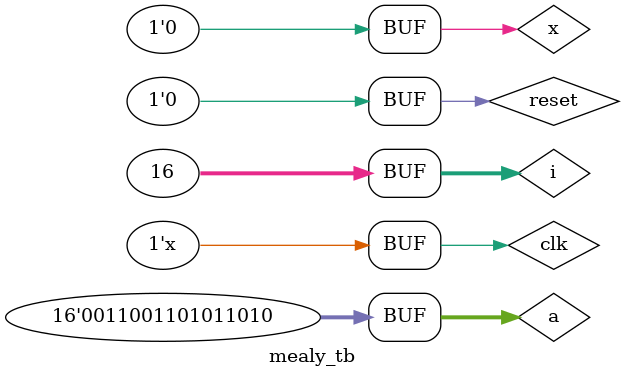
<source format=v>
module mealy(x,clk,reset,y);
input x,clk,reset;
output reg y;
parameter s0=0,s1=1,s2=2,s3=3;
reg [1:0]ps,ns;
always @(posedge clk)
begin
if(reset==1'b1)
ps<=s0;
else
ps<=ns;
end

always @(ps,x)
case(ps)
s0: begin
    y<=x?0:0;
    ns<=x?s0:s1;
    end
s1: begin
    y<=x?0:0;
    ns<=x?s2:s1;
    end
s2: begin
    y<=x?0:0;
    ns<=x?s3:s1;
    end
s3: begin
    y<=x?0:1;
    ns<=x?s0:s1;
    end
endcase
endmodule

module mealy_tb();
reg x;
reg reset;
reg clk;
wire y;
integer i;
reg [15:0]a;

mealy dut(x,clk,reset,y);
initial begin
clk=1'b0;
reset=1'b1;#10;
reset=1'b0;
end
always #5 clk=~clk;

initial begin 
a=16'b0011001101011010;
for(i=0;i<16;i=i+1)
#10 x=a[i];
end
initial $monitor("x=%0b y=%0b",x,y);
endmodule

</source>
